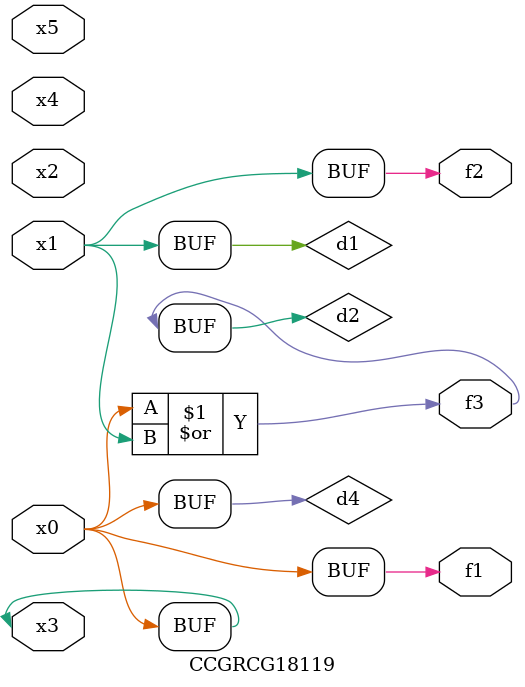
<source format=v>
module CCGRCG18119(
	input x0, x1, x2, x3, x4, x5,
	output f1, f2, f3
);

	wire d1, d2, d3, d4;

	and (d1, x1);
	or (d2, x0, x1);
	nand (d3, x0, x5);
	buf (d4, x0, x3);
	assign f1 = d4;
	assign f2 = d1;
	assign f3 = d2;
endmodule

</source>
